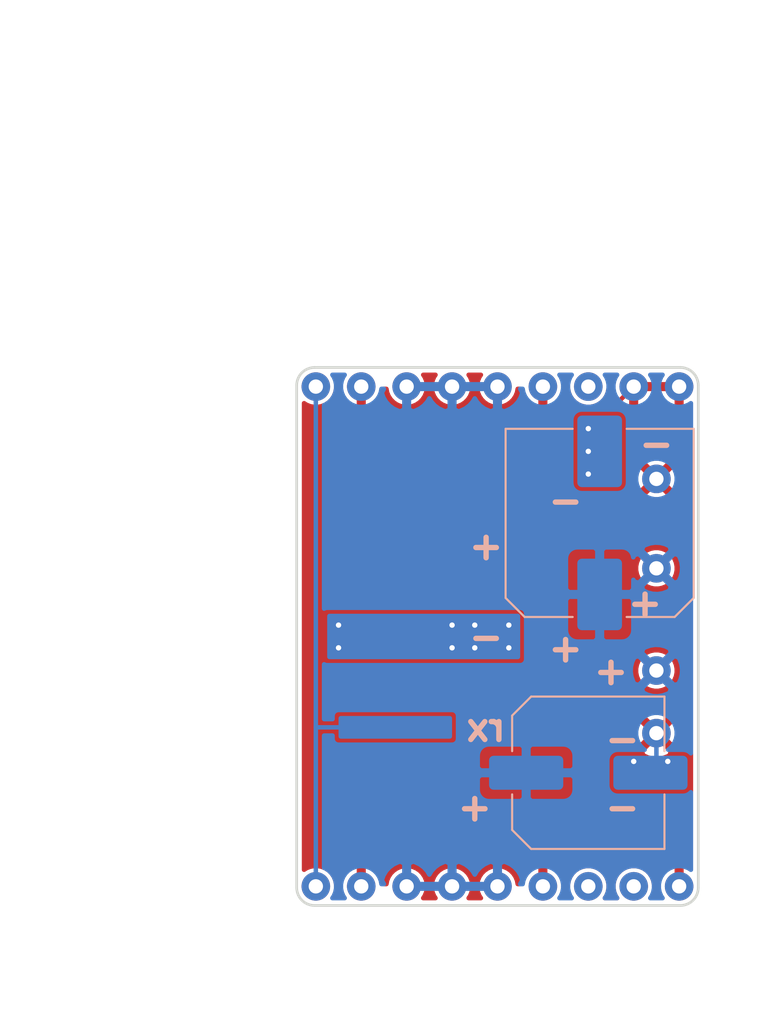
<source format=kicad_pcb>
(kicad_pcb (version 20171130) (host pcbnew 5.1.9+dfsg1-1)

  (general
    (thickness 1.6)
    (drawings 25)
    (tracks 20)
    (zones 0)
    (modules 6)
    (nets 7)
  )

  (page A4)
  (layers
    (0 F.Cu signal)
    (31 B.Cu signal)
    (32 B.Adhes user)
    (33 F.Adhes user)
    (34 B.Paste user)
    (35 F.Paste user)
    (36 B.SilkS user)
    (37 F.SilkS user)
    (38 B.Mask user)
    (39 F.Mask user)
    (40 Dwgs.User user)
    (41 Cmts.User user)
    (42 Eco1.User user)
    (43 Eco2.User user)
    (44 Edge.Cuts user)
    (45 Margin user)
    (46 B.CrtYd user)
    (47 F.CrtYd user)
    (48 B.Fab user)
    (49 F.Fab user)
  )

  (setup
    (last_trace_width 0.25)
    (trace_clearance 0.2)
    (zone_clearance 0.21)
    (zone_45_only no)
    (trace_min 0.2)
    (via_size 0.6)
    (via_drill 0.3)
    (via_min_size 0.4)
    (via_min_drill 0.3)
    (uvia_size 0.3)
    (uvia_drill 0.1)
    (uvias_allowed no)
    (uvia_min_size 0.2)
    (uvia_min_drill 0.1)
    (edge_width 0.15)
    (segment_width 0.2)
    (pcb_text_width 0.3)
    (pcb_text_size 1.5 1.5)
    (mod_edge_width 0.15)
    (mod_text_size 1 1)
    (mod_text_width 0.15)
    (pad_size 1.33 1.33)
    (pad_drill 1)
    (pad_to_mask_clearance 0.051)
    (solder_mask_min_width 0.25)
    (aux_axis_origin 0 0)
    (visible_elements FFFFFFFF)
    (pcbplotparams
      (layerselection 0x010f0_ffffffff)
      (usegerberextensions false)
      (usegerberattributes false)
      (usegerberadvancedattributes false)
      (creategerberjobfile false)
      (excludeedgelayer true)
      (linewidth 0.100000)
      (plotframeref false)
      (viasonmask false)
      (mode 1)
      (useauxorigin false)
      (hpglpennumber 1)
      (hpglpenspeed 20)
      (hpglpendiameter 15.000000)
      (psnegative false)
      (psa4output false)
      (plotreference true)
      (plotvalue true)
      (plotinvisibletext false)
      (padsonsilk false)
      (subtractmaskfromsilk false)
      (outputformat 1)
      (mirror false)
      (drillshape 0)
      (scaleselection 1)
      (outputdirectory "gerb/"))
  )

  (net 0 "")
  (net 1 GND)
  (net 2 VCC)
  (net 3 /uart_rx0)
  (net 4 "Net-(J1-Pad7)")
  (net 5 "Net-(J3-Pad7)")
  (net 6 "Net-(J3-Pad8)")

  (net_class Default "This is the default net class."
    (clearance 0.2)
    (trace_width 0.25)
    (via_dia 0.6)
    (via_drill 0.3)
    (uvia_dia 0.3)
    (uvia_drill 0.1)
    (add_net /uart_rx0)
    (add_net GND)
    (add_net "Net-(J1-Pad7)")
    (add_net "Net-(J3-Pad7)")
    (add_net "Net-(J3-Pad8)")
  )

  (net_class 3V3 ""
    (clearance 0.2)
    (trace_width 0.3)
    (via_dia 0.6)
    (via_drill 0.3)
    (uvia_dia 0.3)
    (uvia_drill 0.1)
  )

  (net_class Power ""
    (clearance 0.2)
    (trace_width 0.8)
    (via_dia 0.6)
    (via_drill 0.3)
    (uvia_dia 0.3)
    (uvia_drill 0.1)
    (add_net VCC)
  )

  (net_class PowerMosfet ""
    (clearance 0.2)
    (trace_width 0.8)
    (via_dia 0.8)
    (via_drill 0.4)
    (uvia_dia 0.3)
    (uvia_drill 0.1)
  )

  (module Capacitor_SMD:CP_Elec_8x6.9 (layer B.Cu) (tedit 6330735E) (tstamp 6330D6F0)
    (at 5.08 -6.35)
    (descr "SMD capacitor, aluminum electrolytic, Panasonic E7, 8.0x6.9mm")
    (tags "capacitor electrolytic")
    (path /6335A946)
    (attr smd)
    (fp_text reference C2 (at 0 5.2) (layer B.SilkS) hide
      (effects (font (size 1 1) (thickness 0.15)) (justify mirror))
    )
    (fp_text value CP (at 0 -5.2) (layer B.Fab)
      (effects (font (size 1 1) (thickness 0.15)) (justify mirror))
    )
    (fp_line (start -5.8 -1.2) (end -4.4 -1.2) (layer B.CrtYd) (width 0.05))
    (fp_line (start -5.8 1.2) (end -5.8 -1.2) (layer B.CrtYd) (width 0.05))
    (fp_line (start -4.4 1.2) (end -5.8 1.2) (layer B.CrtYd) (width 0.05))
    (fp_line (start -4.4 -1.2) (end -4.4 -3.25) (layer B.CrtYd) (width 0.05))
    (fp_line (start -4.4 3.25) (end -4.4 1.2) (layer B.CrtYd) (width 0.05))
    (fp_line (start -4.4 3.25) (end -3.25 4.4) (layer B.CrtYd) (width 0.05))
    (fp_line (start -4.4 -3.25) (end -3.25 -4.4) (layer B.CrtYd) (width 0.05))
    (fp_line (start -3.25 4.4) (end 4.4 4.4) (layer B.CrtYd) (width 0.05))
    (fp_line (start -3.25 -4.4) (end 4.4 -4.4) (layer B.CrtYd) (width 0.05))
    (fp_line (start 4.4 -1.2) (end 4.4 -4.4) (layer B.CrtYd) (width 0.05))
    (fp_line (start 5.8 -1.2) (end 4.4 -1.2) (layer B.CrtYd) (width 0.05))
    (fp_line (start 5.8 1.2) (end 5.8 -1.2) (layer B.CrtYd) (width 0.05))
    (fp_line (start 4.4 1.2) (end 5.8 1.2) (layer B.CrtYd) (width 0.05))
    (fp_line (start 4.4 4.4) (end 4.4 1.2) (layer B.CrtYd) (width 0.05))
    (fp_line (start -4.26 -3.195563) (end -3.195563 -4.26) (layer B.SilkS) (width 0.12))
    (fp_line (start -4.26 3.195563) (end -3.195563 4.26) (layer B.SilkS) (width 0.12))
    (fp_line (start -4.26 3.195563) (end -4.26 1.21) (layer B.SilkS) (width 0.12))
    (fp_line (start -4.26 -3.195563) (end -4.26 -1.21) (layer B.SilkS) (width 0.12))
    (fp_line (start -3.195563 -4.26) (end 4.26 -4.26) (layer B.SilkS) (width 0.12))
    (fp_line (start -3.195563 4.26) (end 4.26 4.26) (layer B.SilkS) (width 0.12))
    (fp_line (start 4.26 4.26) (end 4.26 1.21) (layer B.SilkS) (width 0.12))
    (fp_line (start 4.26 -4.26) (end 4.26 -1.21) (layer B.SilkS) (width 0.12))
    (fp_line (start -3.162278 1.9) (end -3.162278 1.1) (layer B.Fab) (width 0.1))
    (fp_line (start -3.562278 1.5) (end -2.762278 1.5) (layer B.Fab) (width 0.1))
    (fp_line (start -4.15 -3.15) (end -3.15 -4.15) (layer B.Fab) (width 0.1))
    (fp_line (start -4.15 3.15) (end -3.15 4.15) (layer B.Fab) (width 0.1))
    (fp_line (start -4.15 3.15) (end -4.15 -3.15) (layer B.Fab) (width 0.1))
    (fp_line (start -3.15 -4.15) (end 4.15 -4.15) (layer B.Fab) (width 0.1))
    (fp_line (start -3.15 4.15) (end 4.15 4.15) (layer B.Fab) (width 0.1))
    (fp_line (start 4.15 4.15) (end 4.15 -4.15) (layer B.Fab) (width 0.1))
    (fp_text user %R (at 0 0) (layer B.Fab)
      (effects (font (size 1 1) (thickness 0.15)) (justify mirror))
    )
    (pad 1 smd roundrect (at -3.475 0) (size 4.15 1.9) (layers B.Cu B.Paste B.Mask) (roundrect_rratio 0.131578947368421)
      (net 2 VCC))
    (pad 2 smd roundrect (at 3.475 0) (size 4.15 1.9) (layers B.Cu B.Paste B.Mask) (roundrect_rratio 0.131578947368421)
      (net 1 GND))
    (model ${KISYS3DMOD}/Capacitor_SMD.3dshapes/CP_Elec_8x6.9.wrl
      (at (xyz 0 0 0))
      (scale (xyz 1 1 1))
      (rotate (xyz 0 0 0))
    )
  )

  (module Capacitor_SMD:CP_Elec_10x10 (layer B.Cu) (tedit 6330734B) (tstamp 6330D40C)
    (at 5.715 -20.32 90)
    (descr "SMD capacitor, aluminum electrolytic, Nichicon, 10.0x10.0mm")
    (tags "capacitor electrolytic")
    (path /6335A192)
    (attr smd)
    (fp_text reference C1 (at 0 6.2 90) (layer B.SilkS) hide
      (effects (font (size 1 1) (thickness 0.15)) (justify mirror))
    )
    (fp_text value CP (at 0 -6.2 90) (layer B.Fab)
      (effects (font (size 1 1) (thickness 0.15)) (justify mirror))
    )
    (fp_line (start -6.25 -1.5) (end -5.4 -1.5) (layer B.CrtYd) (width 0.05))
    (fp_line (start -6.25 1.5) (end -6.25 -1.5) (layer B.CrtYd) (width 0.05))
    (fp_line (start -5.4 1.5) (end -6.25 1.5) (layer B.CrtYd) (width 0.05))
    (fp_line (start -5.4 -1.5) (end -5.4 -4.25) (layer B.CrtYd) (width 0.05))
    (fp_line (start -5.4 4.25) (end -5.4 1.5) (layer B.CrtYd) (width 0.05))
    (fp_line (start -5.4 4.25) (end -4.25 5.4) (layer B.CrtYd) (width 0.05))
    (fp_line (start -5.4 -4.25) (end -4.25 -5.4) (layer B.CrtYd) (width 0.05))
    (fp_line (start -4.25 5.4) (end 5.4 5.4) (layer B.CrtYd) (width 0.05))
    (fp_line (start -4.25 -5.4) (end 5.4 -5.4) (layer B.CrtYd) (width 0.05))
    (fp_line (start 5.4 -1.5) (end 5.4 -5.4) (layer B.CrtYd) (width 0.05))
    (fp_line (start 6.25 -1.5) (end 5.4 -1.5) (layer B.CrtYd) (width 0.05))
    (fp_line (start 6.25 1.5) (end 6.25 -1.5) (layer B.CrtYd) (width 0.05))
    (fp_line (start 5.4 1.5) (end 6.25 1.5) (layer B.CrtYd) (width 0.05))
    (fp_line (start 5.4 5.4) (end 5.4 1.5) (layer B.CrtYd) (width 0.05))
    (fp_line (start -5.26 -4.195563) (end -4.195563 -5.26) (layer B.SilkS) (width 0.12))
    (fp_line (start -5.26 4.195563) (end -4.195563 5.26) (layer B.SilkS) (width 0.12))
    (fp_line (start -5.26 4.195563) (end -5.26 1.51) (layer B.SilkS) (width 0.12))
    (fp_line (start -5.26 -4.195563) (end -5.26 -1.51) (layer B.SilkS) (width 0.12))
    (fp_line (start -4.195563 -5.26) (end 5.26 -5.26) (layer B.SilkS) (width 0.12))
    (fp_line (start -4.195563 5.26) (end 5.26 5.26) (layer B.SilkS) (width 0.12))
    (fp_line (start 5.26 5.26) (end 5.26 1.51) (layer B.SilkS) (width 0.12))
    (fp_line (start 5.26 -5.26) (end 5.26 -1.51) (layer B.SilkS) (width 0.12))
    (fp_line (start -4.058325 2.2) (end -4.058325 1.2) (layer B.Fab) (width 0.1))
    (fp_line (start -4.558325 1.7) (end -3.558325 1.7) (layer B.Fab) (width 0.1))
    (fp_line (start -5.15 -4.15) (end -4.15 -5.15) (layer B.Fab) (width 0.1))
    (fp_line (start -5.15 4.15) (end -4.15 5.15) (layer B.Fab) (width 0.1))
    (fp_line (start -5.15 4.15) (end -5.15 -4.15) (layer B.Fab) (width 0.1))
    (fp_line (start -4.15 -5.15) (end 5.15 -5.15) (layer B.Fab) (width 0.1))
    (fp_line (start -4.15 5.15) (end 5.15 5.15) (layer B.Fab) (width 0.1))
    (fp_line (start 5.15 5.15) (end 5.15 -5.15) (layer B.Fab) (width 0.1))
    (fp_circle (center 0 0) (end 5 0) (layer B.Fab) (width 0.1))
    (fp_text user %R (at 0 0 90) (layer B.Fab)
      (effects (font (size 1 1) (thickness 0.15)) (justify mirror))
    )
    (pad 1 smd roundrect (at -4 0 90) (size 4 2.5) (layers B.Cu B.Paste B.Mask) (roundrect_rratio 0.1)
      (net 2 VCC))
    (pad 2 smd roundrect (at 4 0 90) (size 4 2.5) (layers B.Cu B.Paste B.Mask) (roundrect_rratio 0.1)
      (net 1 GND))
    (model ${KISYS3DMOD}/Capacitor_SMD.3dshapes/CP_Elec_10x10.wrl
      (at (xyz 0 0 0))
      (scale (xyz 1 1 1))
      (rotate (xyz 0 0 0))
    )
  )

  (module Capacitor_THT:C_Radial_D8.0mm_H11.5mm_P3.50mm (layer F.Cu) (tedit 63307279) (tstamp 6330E2FF)
    (at 8.89 -12.065 270)
    (descr "C, Radial series, Radial, pin pitch=3.50mm, diameter=8mm, height=11.5mm, Non-Polar Electrolytic Capacitor")
    (tags "C Radial series Radial pin pitch 3.50mm diameter 8mm height 11.5mm Non-Polar Electrolytic Capacitor")
    (path /6335B1F7)
    (fp_text reference C4 (at 1.75 -5.25 90) (layer F.SilkS) hide
      (effects (font (size 1 1) (thickness 0.15)))
    )
    (fp_text value CP (at 1.75 5.25 90) (layer F.Fab)
      (effects (font (size 1 1) (thickness 0.15)))
    )
    (fp_text user %R (at 1.75 0 90) (layer F.Fab)
      (effects (font (size 1 1) (thickness 0.15)))
    )
    (pad 1 thru_hole circle (at 0 0 270) (size 1.6 1.6) (drill 0.8) (layers *.Cu *.Mask)
      (net 2 VCC))
    (pad 2 thru_hole circle (at 3.5 0 270) (size 1.6 1.6) (drill 0.8) (layers *.Cu *.Mask)
      (net 1 GND))
    (model ${KISYS3DMOD}/Capacitor_THT.3dshapes/C_Radial_D8.0mm_H11.5mm_P3.50mm.wrl
      (at (xyz 0 0 0))
      (scale (xyz 1 1 1))
      (rotate (xyz 0 0 0))
    )
  )

  (module Capacitor_THT:C_Radial_D10.0mm_H16.0mm_P5.00mm (layer B.Cu) (tedit 6330716A) (tstamp 6330D6FA)
    (at 8.89 -17.78 90)
    (descr "C, Radial series, Radial, pin pitch=5.00mm, diameter=10mm, height=16mm, Non-Polar Electrolytic Capacitor")
    (tags "C Radial series Radial pin pitch 5.00mm diameter 10mm height 16mm Non-Polar Electrolytic Capacitor")
    (path /6335ACC5)
    (fp_text reference C3 (at 2.5 6.25 90) (layer B.SilkS) hide
      (effects (font (size 1 1) (thickness 0.15)) (justify mirror))
    )
    (fp_text value CP (at 2.5 -6.25 90) (layer B.Fab)
      (effects (font (size 1 1) (thickness 0.15)) (justify mirror))
    )
    (fp_text user %R (at 2.5 0 90) (layer B.Fab)
      (effects (font (size 1 1) (thickness 0.15)) (justify mirror))
    )
    (pad 1 thru_hole circle (at 0 0 90) (size 1.6 1.6) (drill 0.8) (layers *.Cu *.Mask)
      (net 2 VCC))
    (pad 2 thru_hole circle (at 5 0 90) (size 1.6 1.6) (drill 0.8) (layers *.Cu *.Mask)
      (net 1 GND))
    (model ${KISYS3DMOD}/Capacitor_THT.3dshapes/C_Radial_D10.0mm_H16.0mm_P5.00mm.wrl
      (at (xyz 0 0 0))
      (scale (xyz 1 1 1))
      (rotate (xyz 0 0 0))
    )
  )

  (module footprints:header-1x9 (layer F.Cu) (tedit 63306AFD) (tstamp 6330C225)
    (at 0 -27.94 90)
    (descr "Through hole straight socket strip, 1x09, 2.54mm pitch, single row (from Kicad 4.0.7), script generated")
    (tags "Through hole socket strip THT 1x09 2.54mm single row")
    (path /5D40479F)
    (fp_text reference J1 (at 0 0 90) (layer F.SilkS) hide
      (effects (font (size 1.27 1.27) (thickness 0.15)))
    )
    (fp_text value Conn_01x07_Female (at 0 13.97 90) (layer F.Fab)
      (effects (font (size 1 1) (thickness 0.15)))
    )
    (fp_text user %R (at 0 0) (layer F.Fab)
      (effects (font (size 1 1) (thickness 0.15)))
    )
    (pad 1 thru_hole oval (at 0 -10.16 90) (size 1.6 1.6) (drill 0.8) (layers *.Cu *.Mask)
      (net 3 /uart_rx0))
    (pad 2 thru_hole oval (at 0 -7.62 90) (size 1.6 1.6) (drill 0.8) (layers *.Cu *.Mask)
      (net 1 GND))
    (pad 3 thru_hole oval (at 0 -5.08 90) (size 1.6 1.6) (drill 0.8) (layers *.Cu *.Mask)
      (net 2 VCC))
    (pad 4 thru_hole oval (at 0 -2.54 90) (size 1.6 1.6) (drill 0.8) (layers *.Cu *.Mask)
      (net 2 VCC))
    (pad 5 thru_hole oval (at 0 0 90) (size 1.6 1.6) (drill 0.8) (layers *.Cu *.Mask)
      (net 2 VCC))
    (pad 6 thru_hole oval (at 0 2.54 90) (size 1.6 1.6) (drill 0.8) (layers *.Cu *.Mask)
      (net 1 GND))
    (pad 7 thru_hole oval (at 0 5.08 90) (size 1.6 1.6) (drill 0.8) (layers *.Cu *.Mask)
      (net 4 "Net-(J1-Pad7)"))
    (pad 8 thru_hole oval (at 0 7.62 90) (size 1.6 1.6) (drill 0.8) (layers *.Cu *.Mask)
      (net 1 GND))
    (pad 9 thru_hole oval (at 0 10.16 90) (size 1.6 1.6) (drill 0.8) (layers *.Cu *.Mask)
      (net 1 GND))
    (model ${KISYS3DMOD}/Connector_PinSocket_2.54mm.3dshapes/PinSocket_1x09_P2.54mm_Vertical.wrl
      (at (xyz 0 0 0))
      (scale (xyz 1 1 1))
      (rotate (xyz 0 0 0))
    )
  )

  (module footprints:header-1x9 (layer F.Cu) (tedit 63306A96) (tstamp 5D9543F6)
    (at 0 0 90)
    (descr "Through hole straight socket strip, 1x09, 2.54mm pitch, single row (from Kicad 4.0.7), script generated")
    (tags "Through hole socket strip THT 1x09 2.54mm single row")
    (path /5D680335)
    (fp_text reference J3 (at 0 0 90) (layer F.SilkS) hide
      (effects (font (size 1.27 1.27) (thickness 0.15)))
    )
    (fp_text value Conn_01x07_Female (at 0 13.97 90) (layer F.Fab)
      (effects (font (size 1 1) (thickness 0.15)))
    )
    (fp_text user %R (at 0 0) (layer F.Fab)
      (effects (font (size 1 1) (thickness 0.15)))
    )
    (pad 9 thru_hole oval (at 0 10.16 90) (size 1.6 1.6) (drill 0.8) (layers *.Cu *.Mask)
      (net 1 GND))
    (pad 8 thru_hole oval (at 0 7.62 90) (size 1.6 1.6) (drill 0.8) (layers *.Cu *.Mask)
      (net 6 "Net-(J3-Pad8)"))
    (pad 7 thru_hole oval (at 0 5.08 90) (size 1.6 1.6) (drill 0.8) (layers *.Cu *.Mask)
      (net 5 "Net-(J3-Pad7)"))
    (pad 6 thru_hole oval (at 0 2.54 90) (size 1.6 1.6) (drill 0.8) (layers *.Cu *.Mask)
      (net 1 GND))
    (pad 5 thru_hole oval (at 0 0 90) (size 1.6 1.6) (drill 0.8) (layers *.Cu *.Mask)
      (net 2 VCC))
    (pad 4 thru_hole oval (at 0 -2.54 90) (size 1.6 1.6) (drill 0.8) (layers *.Cu *.Mask)
      (net 2 VCC))
    (pad 3 thru_hole oval (at 0 -5.08 90) (size 1.6 1.6) (drill 0.8) (layers *.Cu *.Mask)
      (net 2 VCC))
    (pad 2 thru_hole oval (at 0 -7.62 90) (size 1.6 1.6) (drill 0.8) (layers *.Cu *.Mask)
      (net 1 GND))
    (pad 1 thru_hole oval (at 0 -10.16 90) (size 1.6 1.6) (drill 0.8) (layers *.Cu *.Mask)
      (net 3 /uart_rx0))
    (model ${KISYS3DMOD}/Connector_PinSocket_2.54mm.3dshapes/PinSocket_1x09_P2.54mm_Vertical.wrl
      (at (xyz 0 0 0))
      (scale (xyz 1 1 1))
      (rotate (xyz 0 0 0))
    )
  )

  (gr_text + (at 8.255 -15.875) (layer B.SilkS) (tstamp 6330E7F7)
    (effects (font (size 1.5 1.5) (thickness 0.3)) (justify mirror))
  )
  (gr_text - (at 3.81 -21.59) (layer B.SilkS) (tstamp 6330E7F3)
    (effects (font (size 1.5 1.5) (thickness 0.3)) (justify mirror))
  )
  (gr_text - (at 8.89 -24.765) (layer B.SilkS) (tstamp 6330E7F1)
    (effects (font (size 1.5 1.5) (thickness 0.3)) (justify mirror))
  )
  (gr_text - (at 6.985 -8.255) (layer B.SilkS) (tstamp 6330E7EF)
    (effects (font (size 1.5 1.5) (thickness 0.3)) (justify mirror))
  )
  (gr_text - (at 6.985 -4.445) (layer B.SilkS) (tstamp 6330E7EB)
    (effects (font (size 1.5 1.5) (thickness 0.3)) (justify mirror))
  )
  (gr_text + (at 3.81 -13.335) (layer B.SilkS) (tstamp 6330E4EB)
    (effects (font (size 1.5 1.5) (thickness 0.3)) (justify mirror))
  )
  (gr_text + (at -1.27 -4.445) (layer B.SilkS) (tstamp 6330E4E9)
    (effects (font (size 1.5 1.5) (thickness 0.3)) (justify mirror))
  )
  (gr_text + (at 6.35 -12.065) (layer B.SilkS) (tstamp 6330E4E7)
    (effects (font (size 1.5 1.5) (thickness 0.3)) (justify mirror))
  )
  (gr_text rx (at -0.635 -8.89) (layer B.SilkS) (tstamp 6330D1FA)
    (effects (font (size 1.5 1.5) (thickness 0.3)) (justify mirror))
  )
  (gr_text + (at -0.635 -19.05) (layer B.SilkS) (tstamp 6330D1FA)
    (effects (font (size 1.5 1.5) (thickness 0.3)) (justify mirror))
  )
  (gr_text - (at -0.635 -13.97) (layer B.SilkS)
    (effects (font (size 1.5 1.5) (thickness 0.3)) (justify mirror))
  )
  (dimension 13.97 (width 0.15) (layer Cmts.User)
    (gr_text "13.970 mm" (at -19.08 -20.955 270) (layer Cmts.User)
      (effects (font (size 1 1) (thickness 0.15)))
    )
    (feature1 (pts (xy -10.16 -13.97) (xy -18.366421 -13.97)))
    (feature2 (pts (xy -10.16 -27.94) (xy -18.366421 -27.94)))
    (crossbar (pts (xy -17.78 -27.94) (xy -17.78 -13.97)))
    (arrow1a (pts (xy -17.78 -13.97) (xy -18.366421 -15.096504)))
    (arrow1b (pts (xy -17.78 -13.97) (xy -17.193579 -15.096504)))
    (arrow2a (pts (xy -17.78 -27.94) (xy -18.366421 -26.813496)))
    (arrow2b (pts (xy -17.78 -27.94) (xy -17.193579 -26.813496)))
  )
  (dimension 27.94 (width 0.15) (layer Cmts.User)
    (gr_text "27.940 mm" (at -24.16 -13.97 270) (layer Cmts.User)
      (effects (font (size 1 1) (thickness 0.15)))
    )
    (feature1 (pts (xy -10.16 0) (xy -23.446421 0)))
    (feature2 (pts (xy -10.16 -27.94) (xy -23.446421 -27.94)))
    (crossbar (pts (xy -22.86 -27.94) (xy -22.86 0)))
    (arrow1a (pts (xy -22.86 0) (xy -23.446421 -1.126504)))
    (arrow1b (pts (xy -22.86 0) (xy -22.273579 -1.126504)))
    (arrow2a (pts (xy -22.86 -27.94) (xy -23.446421 -26.813496)))
    (arrow2b (pts (xy -22.86 -27.94) (xy -22.273579 -26.813496)))
  )
  (gr_line (start -11.23 -28.01) (end -11.23 0.07) (layer Edge.Cuts) (width 0.15) (tstamp 6330CD58))
  (gr_line (start 11.23 0.07) (end 11.23 -28.01) (layer Edge.Cuts) (width 0.15) (tstamp 6330CD57))
  (gr_arc (start 10.23 0.07) (end 10.23 1.07) (angle -90) (layer Edge.Cuts) (width 0.15) (tstamp 6330CD53))
  (gr_arc (start -10.23 0.07) (end -11.23 0.07) (angle -90) (layer Edge.Cuts) (width 0.15) (tstamp 6330CD50))
  (gr_arc (start -10.23 -28.01) (end -10.23 -29.01) (angle -90) (layer Edge.Cuts) (width 0.15) (tstamp 6330CD44))
  (gr_arc (start 10.23 -28.01) (end 11.23 -28.01) (angle -90) (layer Edge.Cuts) (width 0.15))
  (gr_line (start -10.23 -29.01) (end 10.23 -29.01) (layer Edge.Cuts) (width 0.15))
  (gr_line (start -10.23 1.07) (end 10.23 1.07) (layer Edge.Cuts) (width 0.15))
  (gr_line (start -11.43 -49.53) (end -11.43 6.35) (layer F.CrtYd) (width 0.05) (tstamp 6330CD20))
  (gr_line (start 11.43 -49.53) (end -11.43 -49.53) (layer F.CrtYd) (width 0.05))
  (gr_line (start 11.43 6.35) (end 11.43 -49.53) (layer F.CrtYd) (width 0.05))
  (gr_line (start -11.43 6.35) (end 11.43 6.35) (layer F.CrtYd) (width 0.05))

  (via (at 5.08 -25.59) (size 0.6) (drill 0.3) (layers F.Cu B.Cu) (net 1) (tstamp 6330D5F6))
  (via (at 5.08 -23.05) (size 0.6) (drill 0.3) (layers F.Cu B.Cu) (net 1) (tstamp 6330D5F6))
  (via (at -1.27 -14.605) (size 0.6) (drill 0.3) (layers F.Cu B.Cu) (net 1))
  (via (at 0.635 -14.605) (size 0.6) (drill 0.3) (layers F.Cu B.Cu) (net 1) (tstamp 6330D229))
  (via (at -1.27 -13.335) (size 0.6) (drill 0.3) (layers F.Cu B.Cu) (net 1) (tstamp 6330D22D))
  (via (at 0.635 -13.335) (size 0.6) (drill 0.3) (layers F.Cu B.Cu) (net 1) (tstamp 6330D22F))
  (via (at -2.54 -13.335) (size 0.6) (drill 0.3) (layers F.Cu B.Cu) (net 1) (tstamp 6330D231))
  (via (at -8.89 -13.335) (size 0.6) (drill 0.3) (layers F.Cu B.Cu) (net 1) (tstamp 6330D233))
  (via (at -8.89 -14.605) (size 0.6) (drill 0.3) (layers F.Cu B.Cu) (net 1) (tstamp 6330D235))
  (via (at -2.54 -14.605) (size 0.6) (drill 0.3) (layers F.Cu B.Cu) (net 1) (tstamp 6330D237))
  (via (at 5.08 -24.32) (size 0.6) (drill 0.3) (layers F.Cu B.Cu) (net 1))
  (segment (start 5.08 -25.4) (end 5.08 -24.32) (width 0.25) (layer F.Cu) (net 1))
  (segment (start 7.62 -27.94) (end 5.08 -25.4) (width 0.25) (layer F.Cu) (net 1))
  (via (at 9.525 -6.985) (size 0.6) (drill 0.3) (layers F.Cu B.Cu) (net 1) (tstamp 6330D992))
  (via (at 7.62 -6.985) (size 0.6) (drill 0.3) (layers F.Cu B.Cu) (net 1) (tstamp 6330D996))
  (segment (start 8.89 -6.685) (end 8.555 -6.35) (width 0.25) (layer B.Cu) (net 1))
  (segment (start 8.89 -8.565) (end 8.89 -6.685) (width 0.25) (layer B.Cu) (net 1))
  (segment (start -10.16 0) (end -10.16 -8.89) (width 0.25) (layer B.Cu) (net 3))
  (segment (start -10.16 -8.89) (end -10.16 -27.94) (width 0.25) (layer B.Cu) (net 3))
  (segment (start -10.16 -8.89) (end -8.255 -8.89) (width 0.25) (layer B.Cu) (net 3))

  (zone (net 1) (net_name GND) (layer F.Cu) (tstamp 6330E878) (hatch edge 0.508)
    (connect_pads (clearance 0.21))
    (min_thickness 0.254)
    (fill yes (arc_segments 32) (thermal_gap 0.508) (thermal_bridge_width 0.508))
    (polygon
      (pts
        (xy 13.97 3.81) (xy -13.97 3.81) (xy -13.97 -30.48) (xy 13.97 -30.48)
      )
    )
    (filled_polygon
      (pts
        (xy -3.547596 -28.478571) (xy -3.633305 -28.271651) (xy -3.677 -28.051985) (xy -3.677 -27.828015) (xy -3.633305 -27.608349)
        (xy -3.547596 -27.401429) (xy -3.423165 -27.215205) (xy -3.264795 -27.056835) (xy -3.078571 -26.932404) (xy -2.871651 -26.846695)
        (xy -2.651985 -26.803) (xy -2.428015 -26.803) (xy -2.208349 -26.846695) (xy -2.001429 -26.932404) (xy -1.815205 -27.056835)
        (xy -1.656835 -27.215205) (xy -1.532404 -27.401429) (xy -1.446695 -27.608349) (xy -1.403 -27.828015) (xy -1.403 -28.051985)
        (xy -1.446695 -28.271651) (xy -1.532404 -28.478571) (xy -1.612204 -28.598) (xy -0.927796 -28.598) (xy -1.007596 -28.478571)
        (xy -1.093305 -28.271651) (xy -1.137 -28.051985) (xy -1.137 -27.828015) (xy -1.093305 -27.608349) (xy -1.007596 -27.401429)
        (xy -0.883165 -27.215205) (xy -0.724795 -27.056835) (xy -0.538571 -26.932404) (xy -0.331651 -26.846695) (xy -0.111985 -26.803)
        (xy 0.111985 -26.803) (xy 0.331651 -26.846695) (xy 0.538571 -26.932404) (xy 0.724795 -27.056835) (xy 0.883165 -27.215205)
        (xy 1.007596 -27.401429) (xy 1.093305 -27.608349) (xy 1.134013 -27.812998) (xy 1.269375 -27.812998) (xy 1.148091 -27.59096)
        (xy 1.24293 -27.326119) (xy 1.387615 -27.084869) (xy 1.576586 -26.876481) (xy 1.80258 -26.708963) (xy 2.056913 -26.588754)
        (xy 2.190961 -26.548096) (xy 2.413 -26.670085) (xy 2.413 -27.813) (xy 2.393 -27.813) (xy 2.393 -28.067)
        (xy 2.413 -28.067) (xy 2.413 -28.087) (xy 2.667 -28.087) (xy 2.667 -28.067) (xy 2.687 -28.067)
        (xy 2.687 -27.813) (xy 2.667 -27.813) (xy 2.667 -26.670085) (xy 2.889039 -26.548096) (xy 3.023087 -26.588754)
        (xy 3.27742 -26.708963) (xy 3.503414 -26.876481) (xy 3.692385 -27.084869) (xy 3.83707 -27.326119) (xy 3.931909 -27.59096)
        (xy 3.810625 -27.812998) (xy 3.945987 -27.812998) (xy 3.986695 -27.608349) (xy 4.072404 -27.401429) (xy 4.196835 -27.215205)
        (xy 4.355205 -27.056835) (xy 4.541429 -26.932404) (xy 4.748349 -26.846695) (xy 4.968015 -26.803) (xy 5.191985 -26.803)
        (xy 5.411651 -26.846695) (xy 5.618571 -26.932404) (xy 5.804795 -27.056835) (xy 5.963165 -27.215205) (xy 6.087596 -27.401429)
        (xy 6.173305 -27.608349) (xy 6.214013 -27.812998) (xy 6.349375 -27.812998) (xy 6.228091 -27.59096) (xy 6.32293 -27.326119)
        (xy 6.467615 -27.084869) (xy 6.656586 -26.876481) (xy 6.88258 -26.708963) (xy 7.136913 -26.588754) (xy 7.270961 -26.548096)
        (xy 7.493 -26.670085) (xy 7.493 -27.813) (xy 7.747 -27.813) (xy 7.747 -26.670085) (xy 7.969039 -26.548096)
        (xy 8.103087 -26.588754) (xy 8.35742 -26.708963) (xy 8.583414 -26.876481) (xy 8.772385 -27.084869) (xy 8.89 -27.280982)
        (xy 9.007615 -27.084869) (xy 9.196586 -26.876481) (xy 9.42258 -26.708963) (xy 9.676913 -26.588754) (xy 9.810961 -26.548096)
        (xy 10.033 -26.670085) (xy 10.033 -27.813) (xy 7.747 -27.813) (xy 7.493 -27.813) (xy 7.473 -27.813)
        (xy 7.473 -28.067) (xy 7.493 -28.067) (xy 7.493 -28.087) (xy 7.747 -28.087) (xy 7.747 -28.067)
        (xy 10.033 -28.067) (xy 10.033 -28.087) (xy 10.287 -28.087) (xy 10.287 -28.067) (xy 10.307 -28.067)
        (xy 10.307 -27.813) (xy 10.287 -27.813) (xy 10.287 -26.670085) (xy 10.509039 -26.548096) (xy 10.643087 -26.588754)
        (xy 10.818001 -26.671426) (xy 10.818 -1.268574) (xy 10.643087 -1.351246) (xy 10.509039 -1.391904) (xy 10.287 -1.269915)
        (xy 10.287 -0.127) (xy 10.307 -0.127) (xy 10.307 0.127) (xy 10.287 0.127) (xy 10.287 0.147)
        (xy 10.033 0.147) (xy 10.033 0.127) (xy 10.013 0.127) (xy 10.013 -0.127) (xy 10.033 -0.127)
        (xy 10.033 -1.269915) (xy 9.810961 -1.391904) (xy 9.676913 -1.351246) (xy 9.42258 -1.231037) (xy 9.196586 -1.063519)
        (xy 9.007615 -0.855131) (xy 8.86293 -0.613881) (xy 8.768091 -0.34904) (xy 8.889375 -0.127002) (xy 8.754013 -0.127002)
        (xy 8.713305 -0.331651) (xy 8.627596 -0.538571) (xy 8.503165 -0.724795) (xy 8.344795 -0.883165) (xy 8.158571 -1.007596)
        (xy 7.951651 -1.093305) (xy 7.731985 -1.137) (xy 7.508015 -1.137) (xy 7.288349 -1.093305) (xy 7.081429 -1.007596)
        (xy 6.895205 -0.883165) (xy 6.736835 -0.724795) (xy 6.612404 -0.538571) (xy 6.526695 -0.331651) (xy 6.483 -0.111985)
        (xy 6.483 0.111985) (xy 6.526695 0.331651) (xy 6.612404 0.538571) (xy 6.692204 0.658) (xy 6.007796 0.658)
        (xy 6.087596 0.538571) (xy 6.173305 0.331651) (xy 6.217 0.111985) (xy 6.217 -0.111985) (xy 6.173305 -0.331651)
        (xy 6.087596 -0.538571) (xy 5.963165 -0.724795) (xy 5.804795 -0.883165) (xy 5.618571 -1.007596) (xy 5.411651 -1.093305)
        (xy 5.191985 -1.137) (xy 4.968015 -1.137) (xy 4.748349 -1.093305) (xy 4.541429 -1.007596) (xy 4.355205 -0.883165)
        (xy 4.196835 -0.724795) (xy 4.072404 -0.538571) (xy 3.986695 -0.331651) (xy 3.945987 -0.127002) (xy 3.810625 -0.127002)
        (xy 3.931909 -0.34904) (xy 3.83707 -0.613881) (xy 3.692385 -0.855131) (xy 3.503414 -1.063519) (xy 3.27742 -1.231037)
        (xy 3.023087 -1.351246) (xy 2.889039 -1.391904) (xy 2.667 -1.269915) (xy 2.667 -0.127) (xy 2.687 -0.127)
        (xy 2.687 0.127) (xy 2.667 0.127) (xy 2.667 0.147) (xy 2.413 0.147) (xy 2.413 0.127)
        (xy 2.393 0.127) (xy 2.393 -0.127) (xy 2.413 -0.127) (xy 2.413 -1.269915) (xy 2.190961 -1.391904)
        (xy 2.056913 -1.351246) (xy 1.80258 -1.231037) (xy 1.576586 -1.063519) (xy 1.387615 -0.855131) (xy 1.24293 -0.613881)
        (xy 1.148091 -0.34904) (xy 1.269375 -0.127002) (xy 1.134013 -0.127002) (xy 1.093305 -0.331651) (xy 1.007596 -0.538571)
        (xy 0.883165 -0.724795) (xy 0.724795 -0.883165) (xy 0.538571 -1.007596) (xy 0.331651 -1.093305) (xy 0.111985 -1.137)
        (xy -0.111985 -1.137) (xy -0.331651 -1.093305) (xy -0.538571 -1.007596) (xy -0.724795 -0.883165) (xy -0.883165 -0.724795)
        (xy -1.007596 -0.538571) (xy -1.093305 -0.331651) (xy -1.137 -0.111985) (xy -1.137 0.111985) (xy -1.093305 0.331651)
        (xy -1.007596 0.538571) (xy -0.927796 0.658) (xy -1.612204 0.658) (xy -1.532404 0.538571) (xy -1.446695 0.331651)
        (xy -1.403 0.111985) (xy -1.403 -0.111985) (xy -1.446695 -0.331651) (xy -1.532404 -0.538571) (xy -1.656835 -0.724795)
        (xy -1.815205 -0.883165) (xy -2.001429 -1.007596) (xy -2.208349 -1.093305) (xy -2.428015 -1.137) (xy -2.651985 -1.137)
        (xy -2.871651 -1.093305) (xy -3.078571 -1.007596) (xy -3.264795 -0.883165) (xy -3.423165 -0.724795) (xy -3.547596 -0.538571)
        (xy -3.633305 -0.331651) (xy -3.677 -0.111985) (xy -3.677 0.111985) (xy -3.633305 0.331651) (xy -3.547596 0.538571)
        (xy -3.467796 0.658) (xy -4.152204 0.658) (xy -4.072404 0.538571) (xy -3.986695 0.331651) (xy -3.943 0.111985)
        (xy -3.943 -0.111985) (xy -3.986695 -0.331651) (xy -4.072404 -0.538571) (xy -4.196835 -0.724795) (xy -4.355205 -0.883165)
        (xy -4.541429 -1.007596) (xy -4.748349 -1.093305) (xy -4.968015 -1.137) (xy -5.191985 -1.137) (xy -5.411651 -1.093305)
        (xy -5.618571 -1.007596) (xy -5.804795 -0.883165) (xy -5.963165 -0.724795) (xy -6.087596 -0.538571) (xy -6.173305 -0.331651)
        (xy -6.214013 -0.127002) (xy -6.349375 -0.127002) (xy -6.228091 -0.34904) (xy -6.32293 -0.613881) (xy -6.467615 -0.855131)
        (xy -6.656586 -1.063519) (xy -6.88258 -1.231037) (xy -7.136913 -1.351246) (xy -7.270961 -1.391904) (xy -7.493 -1.269915)
        (xy -7.493 -0.127) (xy -7.473 -0.127) (xy -7.473 0.127) (xy -7.493 0.127) (xy -7.493 0.147)
        (xy -7.747 0.147) (xy -7.747 0.127) (xy -7.767 0.127) (xy -7.767 -0.127) (xy -7.747 -0.127)
        (xy -7.747 -1.269915) (xy -7.969039 -1.391904) (xy -8.103087 -1.351246) (xy -8.35742 -1.231037) (xy -8.583414 -1.063519)
        (xy -8.772385 -0.855131) (xy -8.91707 -0.613881) (xy -9.011909 -0.34904) (xy -8.890625 -0.127002) (xy -9.025987 -0.127002)
        (xy -9.066695 -0.331651) (xy -9.152404 -0.538571) (xy -9.276835 -0.724795) (xy -9.435205 -0.883165) (xy -9.621429 -1.007596)
        (xy -9.828349 -1.093305) (xy -10.048015 -1.137) (xy -10.271985 -1.137) (xy -10.491651 -1.093305) (xy -10.698571 -1.007596)
        (xy -10.818 -0.927796) (xy -10.818 -7.572298) (xy 8.076903 -7.572298) (xy 8.148486 -7.328329) (xy 8.403996 -7.207429)
        (xy 8.678184 -7.1387) (xy 8.960512 -7.124783) (xy 9.24013 -7.166213) (xy 9.506292 -7.261397) (xy 9.631514 -7.328329)
        (xy 9.703097 -7.572298) (xy 8.89 -8.385395) (xy 8.076903 -7.572298) (xy -10.818 -7.572298) (xy -10.818 -8.494488)
        (xy 7.449783 -8.494488) (xy 7.491213 -8.21487) (xy 7.586397 -7.948708) (xy 7.653329 -7.823486) (xy 7.897298 -7.751903)
        (xy 8.710395 -8.565) (xy 9.069605 -8.565) (xy 9.882702 -7.751903) (xy 10.126671 -7.823486) (xy 10.247571 -8.078996)
        (xy 10.3163 -8.353184) (xy 10.330217 -8.635512) (xy 10.288787 -8.91513) (xy 10.193603 -9.181292) (xy 10.126671 -9.306514)
        (xy 9.882702 -9.378097) (xy 9.069605 -8.565) (xy 8.710395 -8.565) (xy 7.897298 -9.378097) (xy 7.653329 -9.306514)
        (xy 7.532429 -9.051004) (xy 7.4637 -8.776816) (xy 7.449783 -8.494488) (xy -10.818 -8.494488) (xy -10.818 -9.557702)
        (xy 8.076903 -9.557702) (xy 8.89 -8.744605) (xy 9.703097 -9.557702) (xy 9.631514 -9.801671) (xy 9.376004 -9.922571)
        (xy 9.101816 -9.9913) (xy 8.819488 -10.005217) (xy 8.53987 -9.963787) (xy 8.273708 -9.868603) (xy 8.148486 -9.801671)
        (xy 8.076903 -9.557702) (xy -10.818 -9.557702) (xy -10.818 -12.176985) (xy 7.753 -12.176985) (xy 7.753 -11.953015)
        (xy 7.796695 -11.733349) (xy 7.882404 -11.526429) (xy 8.006835 -11.340205) (xy 8.165205 -11.181835) (xy 8.351429 -11.057404)
        (xy 8.558349 -10.971695) (xy 8.778015 -10.928) (xy 9.001985 -10.928) (xy 9.221651 -10.971695) (xy 9.428571 -11.057404)
        (xy 9.614795 -11.181835) (xy 9.773165 -11.340205) (xy 9.897596 -11.526429) (xy 9.983305 -11.733349) (xy 10.027 -11.953015)
        (xy 10.027 -12.176985) (xy 9.983305 -12.396651) (xy 9.897596 -12.603571) (xy 9.773165 -12.789795) (xy 9.614795 -12.948165)
        (xy 9.428571 -13.072596) (xy 9.221651 -13.158305) (xy 9.001985 -13.202) (xy 8.778015 -13.202) (xy 8.558349 -13.158305)
        (xy 8.351429 -13.072596) (xy 8.165205 -12.948165) (xy 8.006835 -12.789795) (xy 7.882404 -12.603571) (xy 7.796695 -12.396651)
        (xy 7.753 -12.176985) (xy -10.818 -12.176985) (xy -10.818 -17.891985) (xy 7.753 -17.891985) (xy 7.753 -17.668015)
        (xy 7.796695 -17.448349) (xy 7.882404 -17.241429) (xy 8.006835 -17.055205) (xy 8.165205 -16.896835) (xy 8.351429 -16.772404)
        (xy 8.558349 -16.686695) (xy 8.778015 -16.643) (xy 9.001985 -16.643) (xy 9.221651 -16.686695) (xy 9.428571 -16.772404)
        (xy 9.614795 -16.896835) (xy 9.773165 -17.055205) (xy 9.897596 -17.241429) (xy 9.983305 -17.448349) (xy 10.027 -17.668015)
        (xy 10.027 -17.891985) (xy 9.983305 -18.111651) (xy 9.897596 -18.318571) (xy 9.773165 -18.504795) (xy 9.614795 -18.663165)
        (xy 9.428571 -18.787596) (xy 9.221651 -18.873305) (xy 9.001985 -18.917) (xy 8.778015 -18.917) (xy 8.558349 -18.873305)
        (xy 8.351429 -18.787596) (xy 8.165205 -18.663165) (xy 8.006835 -18.504795) (xy 7.882404 -18.318571) (xy 7.796695 -18.111651)
        (xy 7.753 -17.891985) (xy -10.818 -17.891985) (xy -10.818 -21.787298) (xy 8.076903 -21.787298) (xy 8.148486 -21.543329)
        (xy 8.403996 -21.422429) (xy 8.678184 -21.3537) (xy 8.960512 -21.339783) (xy 9.24013 -21.381213) (xy 9.506292 -21.476397)
        (xy 9.631514 -21.543329) (xy 9.703097 -21.787298) (xy 8.89 -22.600395) (xy 8.076903 -21.787298) (xy -10.818 -21.787298)
        (xy -10.818 -22.709488) (xy 7.449783 -22.709488) (xy 7.491213 -22.42987) (xy 7.586397 -22.163708) (xy 7.653329 -22.038486)
        (xy 7.897298 -21.966903) (xy 8.710395 -22.78) (xy 9.069605 -22.78) (xy 9.882702 -21.966903) (xy 10.126671 -22.038486)
        (xy 10.247571 -22.293996) (xy 10.3163 -22.568184) (xy 10.330217 -22.850512) (xy 10.288787 -23.13013) (xy 10.193603 -23.396292)
        (xy 10.126671 -23.521514) (xy 9.882702 -23.593097) (xy 9.069605 -22.78) (xy 8.710395 -22.78) (xy 7.897298 -23.593097)
        (xy 7.653329 -23.521514) (xy 7.532429 -23.266004) (xy 7.4637 -22.991816) (xy 7.449783 -22.709488) (xy -10.818 -22.709488)
        (xy -10.818 -23.772702) (xy 8.076903 -23.772702) (xy 8.89 -22.959605) (xy 9.703097 -23.772702) (xy 9.631514 -24.016671)
        (xy 9.376004 -24.137571) (xy 9.101816 -24.2063) (xy 8.819488 -24.220217) (xy 8.53987 -24.178787) (xy 8.273708 -24.083603)
        (xy 8.148486 -24.016671) (xy 8.076903 -23.772702) (xy -10.818 -23.772702) (xy -10.818 -27.012204) (xy -10.698571 -26.932404)
        (xy -10.491651 -26.846695) (xy -10.271985 -26.803) (xy -10.048015 -26.803) (xy -9.828349 -26.846695) (xy -9.621429 -26.932404)
        (xy -9.435205 -27.056835) (xy -9.276835 -27.215205) (xy -9.152404 -27.401429) (xy -9.066695 -27.608349) (xy -9.025987 -27.812998)
        (xy -8.890625 -27.812998) (xy -9.011909 -27.59096) (xy -8.91707 -27.326119) (xy -8.772385 -27.084869) (xy -8.583414 -26.876481)
        (xy -8.35742 -26.708963) (xy -8.103087 -26.588754) (xy -7.969039 -26.548096) (xy -7.747 -26.670085) (xy -7.747 -27.813)
        (xy -7.767 -27.813) (xy -7.767 -28.067) (xy -7.747 -28.067) (xy -7.747 -28.087) (xy -7.493 -28.087)
        (xy -7.493 -28.067) (xy -7.473 -28.067) (xy -7.473 -27.813) (xy -7.493 -27.813) (xy -7.493 -26.670085)
        (xy -7.270961 -26.548096) (xy -7.136913 -26.588754) (xy -6.88258 -26.708963) (xy -6.656586 -26.876481) (xy -6.467615 -27.084869)
        (xy -6.32293 -27.326119) (xy -6.228091 -27.59096) (xy -6.349375 -27.812998) (xy -6.214013 -27.812998) (xy -6.173305 -27.608349)
        (xy -6.087596 -27.401429) (xy -5.963165 -27.215205) (xy -5.804795 -27.056835) (xy -5.618571 -26.932404) (xy -5.411651 -26.846695)
        (xy -5.191985 -26.803) (xy -4.968015 -26.803) (xy -4.748349 -26.846695) (xy -4.541429 -26.932404) (xy -4.355205 -27.056835)
        (xy -4.196835 -27.215205) (xy -4.072404 -27.401429) (xy -3.986695 -27.608349) (xy -3.943 -27.828015) (xy -3.943 -28.051985)
        (xy -3.986695 -28.271651) (xy -4.072404 -28.478571) (xy -4.152204 -28.598) (xy -3.467796 -28.598)
      )
    )
  )
  (zone (net 2) (net_name VCC) (layer B.Cu) (tstamp 6330E875) (hatch edge 0.508)
    (connect_pads (clearance 0.21))
    (min_thickness 0.254)
    (fill yes (arc_segments 32) (thermal_gap 0.508) (thermal_bridge_width 0.508))
    (polygon
      (pts
        (xy 13.97 3.81) (xy -13.97 3.81) (xy -13.97 -30.48) (xy 13.97 -30.48)
      )
    )
    (filled_polygon
      (pts
        (xy -8.627596 -28.478571) (xy -8.713305 -28.271651) (xy -8.757 -28.051985) (xy -8.757 -27.828015) (xy -8.713305 -27.608349)
        (xy -8.627596 -27.401429) (xy -8.503165 -27.215205) (xy -8.344795 -27.056835) (xy -8.158571 -26.932404) (xy -7.951651 -26.846695)
        (xy -7.731985 -26.803) (xy -7.508015 -26.803) (xy -7.288349 -26.846695) (xy -7.081429 -26.932404) (xy -6.895205 -27.056835)
        (xy -6.736835 -27.215205) (xy -6.612404 -27.401429) (xy -6.526695 -27.608349) (xy -6.485987 -27.812998) (xy -6.350625 -27.812998)
        (xy -6.471909 -27.59096) (xy -6.37707 -27.326119) (xy -6.232385 -27.084869) (xy -6.043414 -26.876481) (xy -5.81742 -26.708963)
        (xy -5.563087 -26.588754) (xy -5.429039 -26.548096) (xy -5.207 -26.670085) (xy -5.207 -27.813) (xy -4.953 -27.813)
        (xy -4.953 -26.670085) (xy -4.730961 -26.548096) (xy -4.596913 -26.588754) (xy -4.34258 -26.708963) (xy -4.116586 -26.876481)
        (xy -3.927615 -27.084869) (xy -3.81 -27.280982) (xy -3.692385 -27.084869) (xy -3.503414 -26.876481) (xy -3.27742 -26.708963)
        (xy -3.023087 -26.588754) (xy -2.889039 -26.548096) (xy -2.667 -26.670085) (xy -2.667 -27.813) (xy -2.413 -27.813)
        (xy -2.413 -26.670085) (xy -2.190961 -26.548096) (xy -2.056913 -26.588754) (xy -1.80258 -26.708963) (xy -1.576586 -26.876481)
        (xy -1.387615 -27.084869) (xy -1.27 -27.280982) (xy -1.152385 -27.084869) (xy -0.963414 -26.876481) (xy -0.73742 -26.708963)
        (xy -0.483087 -26.588754) (xy -0.349039 -26.548096) (xy -0.127 -26.670085) (xy -0.127 -27.813) (xy -2.413 -27.813)
        (xy -2.667 -27.813) (xy -4.953 -27.813) (xy -5.207 -27.813) (xy -5.227 -27.813) (xy -5.227 -28.067)
        (xy -5.207 -28.067) (xy -5.207 -28.087) (xy -4.953 -28.087) (xy -4.953 -28.067) (xy -2.667 -28.067)
        (xy -2.667 -28.087) (xy -2.413 -28.087) (xy -2.413 -28.067) (xy -0.127 -28.067) (xy -0.127 -28.087)
        (xy 0.127 -28.087) (xy 0.127 -28.067) (xy 0.147 -28.067) (xy 0.147 -27.813) (xy 0.127 -27.813)
        (xy 0.127 -26.670085) (xy 0.349039 -26.548096) (xy 0.483087 -26.588754) (xy 0.73742 -26.708963) (xy 0.963414 -26.876481)
        (xy 1.152385 -27.084869) (xy 1.29707 -27.326119) (xy 1.391909 -27.59096) (xy 1.270625 -27.812998) (xy 1.405987 -27.812998)
        (xy 1.446695 -27.608349) (xy 1.532404 -27.401429) (xy 1.656835 -27.215205) (xy 1.815205 -27.056835) (xy 2.001429 -26.932404)
        (xy 2.208349 -26.846695) (xy 2.428015 -26.803) (xy 2.651985 -26.803) (xy 2.871651 -26.846695) (xy 3.078571 -26.932404)
        (xy 3.264795 -27.056835) (xy 3.423165 -27.215205) (xy 3.547596 -27.401429) (xy 3.633305 -27.608349) (xy 3.677 -27.828015)
        (xy 3.677 -28.051985) (xy 3.633305 -28.271651) (xy 3.547596 -28.478571) (xy 3.467796 -28.598) (xy 4.152204 -28.598)
        (xy 4.072404 -28.478571) (xy 3.986695 -28.271651) (xy 3.943 -28.051985) (xy 3.943 -27.828015) (xy 3.986695 -27.608349)
        (xy 4.072404 -27.401429) (xy 4.196835 -27.215205) (xy 4.355205 -27.056835) (xy 4.541429 -26.932404) (xy 4.748349 -26.846695)
        (xy 4.968015 -26.803) (xy 5.191985 -26.803) (xy 5.411651 -26.846695) (xy 5.618571 -26.932404) (xy 5.804795 -27.056835)
        (xy 5.963165 -27.215205) (xy 6.087596 -27.401429) (xy 6.173305 -27.608349) (xy 6.217 -27.828015) (xy 6.217 -28.051985)
        (xy 6.173305 -28.271651) (xy 6.087596 -28.478571) (xy 6.007796 -28.598) (xy 6.692204 -28.598) (xy 6.612404 -28.478571)
        (xy 6.526695 -28.271651) (xy 6.483 -28.051985) (xy 6.483 -27.828015) (xy 6.526695 -27.608349) (xy 6.612404 -27.401429)
        (xy 6.736835 -27.215205) (xy 6.895205 -27.056835) (xy 7.081429 -26.932404) (xy 7.288349 -26.846695) (xy 7.508015 -26.803)
        (xy 7.731985 -26.803) (xy 7.951651 -26.846695) (xy 8.158571 -26.932404) (xy 8.344795 -27.056835) (xy 8.503165 -27.215205)
        (xy 8.627596 -27.401429) (xy 8.713305 -27.608349) (xy 8.757 -27.828015) (xy 8.757 -28.051985) (xy 8.713305 -28.271651)
        (xy 8.627596 -28.478571) (xy 8.547796 -28.598) (xy 9.232204 -28.598) (xy 9.152404 -28.478571) (xy 9.066695 -28.271651)
        (xy 9.023 -28.051985) (xy 9.023 -27.828015) (xy 9.066695 -27.608349) (xy 9.152404 -27.401429) (xy 9.276835 -27.215205)
        (xy 9.435205 -27.056835) (xy 9.621429 -26.932404) (xy 9.828349 -26.846695) (xy 10.048015 -26.803) (xy 10.271985 -26.803)
        (xy 10.491651 -26.846695) (xy 10.698571 -26.932404) (xy 10.818001 -27.012205) (xy 10.818 -7.43969) (xy 10.796224 -7.466224)
        (xy 10.707025 -7.539428) (xy 10.605259 -7.593823) (xy 10.494836 -7.62732) (xy 10.38 -7.63863) (xy 9.550134 -7.63863)
        (xy 9.614795 -7.681835) (xy 9.773165 -7.840205) (xy 9.897596 -8.026429) (xy 9.983305 -8.233349) (xy 10.027 -8.453015)
        (xy 10.027 -8.676985) (xy 9.983305 -8.896651) (xy 9.897596 -9.103571) (xy 9.773165 -9.289795) (xy 9.614795 -9.448165)
        (xy 9.428571 -9.572596) (xy 9.221651 -9.658305) (xy 9.001985 -9.702) (xy 8.778015 -9.702) (xy 8.558349 -9.658305)
        (xy 8.351429 -9.572596) (xy 8.165205 -9.448165) (xy 8.006835 -9.289795) (xy 7.882404 -9.103571) (xy 7.796695 -8.896651)
        (xy 7.753 -8.676985) (xy 7.753 -8.453015) (xy 7.796695 -8.233349) (xy 7.882404 -8.026429) (xy 8.006835 -7.840205)
        (xy 8.165205 -7.681835) (xy 8.229866 -7.63863) (xy 6.73 -7.63863) (xy 6.615164 -7.62732) (xy 6.504741 -7.593823)
        (xy 6.402975 -7.539428) (xy 6.313776 -7.466224) (xy 6.240572 -7.377025) (xy 6.186177 -7.275259) (xy 6.15268 -7.164836)
        (xy 6.14137 -7.05) (xy 6.14137 -5.65) (xy 6.15268 -5.535164) (xy 6.186177 -5.424741) (xy 6.240572 -5.322975)
        (xy 6.313776 -5.233776) (xy 6.402975 -5.160572) (xy 6.504741 -5.106177) (xy 6.615164 -5.07268) (xy 6.73 -5.06137)
        (xy 10.38 -5.06137) (xy 10.494836 -5.07268) (xy 10.605259 -5.106177) (xy 10.707025 -5.160572) (xy 10.796224 -5.233776)
        (xy 10.818 -5.26031) (xy 10.818 -0.927796) (xy 10.698571 -1.007596) (xy 10.491651 -1.093305) (xy 10.271985 -1.137)
        (xy 10.048015 -1.137) (xy 9.828349 -1.093305) (xy 9.621429 -1.007596) (xy 9.435205 -0.883165) (xy 9.276835 -0.724795)
        (xy 9.152404 -0.538571) (xy 9.066695 -0.331651) (xy 9.023 -0.111985) (xy 9.023 0.111985) (xy 9.066695 0.331651)
        (xy 9.152404 0.538571) (xy 9.232204 0.658) (xy 8.547796 0.658) (xy 8.627596 0.538571) (xy 8.713305 0.331651)
        (xy 8.757 0.111985) (xy 8.757 -0.111985) (xy 8.713305 -0.331651) (xy 8.627596 -0.538571) (xy 8.503165 -0.724795)
        (xy 8.344795 -0.883165) (xy 8.158571 -1.007596) (xy 7.951651 -1.093305) (xy 7.731985 -1.137) (xy 7.508015 -1.137)
        (xy 7.288349 -1.093305) (xy 7.081429 -1.007596) (xy 6.895205 -0.883165) (xy 6.736835 -0.724795) (xy 6.612404 -0.538571)
        (xy 6.526695 -0.331651) (xy 6.483 -0.111985) (xy 6.483 0.111985) (xy 6.526695 0.331651) (xy 6.612404 0.538571)
        (xy 6.692204 0.658) (xy 6.007796 0.658) (xy 6.087596 0.538571) (xy 6.173305 0.331651) (xy 6.217 0.111985)
        (xy 6.217 -0.111985) (xy 6.173305 -0.331651) (xy 6.087596 -0.538571) (xy 5.963165 -0.724795) (xy 5.804795 -0.883165)
        (xy 5.618571 -1.007596) (xy 5.411651 -1.093305) (xy 5.191985 -1.137) (xy 4.968015 -1.137) (xy 4.748349 -1.093305)
        (xy 4.541429 -1.007596) (xy 4.355205 -0.883165) (xy 4.196835 -0.724795) (xy 4.072404 -0.538571) (xy 3.986695 -0.331651)
        (xy 3.943 -0.111985) (xy 3.943 0.111985) (xy 3.986695 0.331651) (xy 4.072404 0.538571) (xy 4.152204 0.658)
        (xy 3.467796 0.658) (xy 3.547596 0.538571) (xy 3.633305 0.331651) (xy 3.677 0.111985) (xy 3.677 -0.111985)
        (xy 3.633305 -0.331651) (xy 3.547596 -0.538571) (xy 3.423165 -0.724795) (xy 3.264795 -0.883165) (xy 3.078571 -1.007596)
        (xy 2.871651 -1.093305) (xy 2.651985 -1.137) (xy 2.428015 -1.137) (xy 2.208349 -1.093305) (xy 2.001429 -1.007596)
        (xy 1.815205 -0.883165) (xy 1.656835 -0.724795) (xy 1.532404 -0.538571) (xy 1.446695 -0.331651) (xy 1.405987 -0.127002)
        (xy 1.270625 -0.127002) (xy 1.391909 -0.34904) (xy 1.29707 -0.613881) (xy 1.152385 -0.855131) (xy 0.963414 -1.063519)
        (xy 0.73742 -1.231037) (xy 0.483087 -1.351246) (xy 0.349039 -1.391904) (xy 0.127 -1.269915) (xy 0.127 -0.127)
        (xy 0.147 -0.127) (xy 0.147 0.127) (xy 0.127 0.127) (xy 0.127 0.147) (xy -0.127 0.147)
        (xy -0.127 0.127) (xy -2.413 0.127) (xy -2.413 0.147) (xy -2.667 0.147) (xy -2.667 0.127)
        (xy -4.953 0.127) (xy -4.953 0.147) (xy -5.207 0.147) (xy -5.207 0.127) (xy -5.227 0.127)
        (xy -5.227 -0.127) (xy -5.207 -0.127) (xy -5.207 -1.269915) (xy -4.953 -1.269915) (xy -4.953 -0.127)
        (xy -2.667 -0.127) (xy -2.667 -1.269915) (xy -2.413 -1.269915) (xy -2.413 -0.127) (xy -0.127 -0.127)
        (xy -0.127 -1.269915) (xy -0.349039 -1.391904) (xy -0.483087 -1.351246) (xy -0.73742 -1.231037) (xy -0.963414 -1.063519)
        (xy -1.152385 -0.855131) (xy -1.27 -0.659018) (xy -1.387615 -0.855131) (xy -1.576586 -1.063519) (xy -1.80258 -1.231037)
        (xy -2.056913 -1.351246) (xy -2.190961 -1.391904) (xy -2.413 -1.269915) (xy -2.667 -1.269915) (xy -2.889039 -1.391904)
        (xy -3.023087 -1.351246) (xy -3.27742 -1.231037) (xy -3.503414 -1.063519) (xy -3.692385 -0.855131) (xy -3.81 -0.659018)
        (xy -3.927615 -0.855131) (xy -4.116586 -1.063519) (xy -4.34258 -1.231037) (xy -4.596913 -1.351246) (xy -4.730961 -1.391904)
        (xy -4.953 -1.269915) (xy -5.207 -1.269915) (xy -5.429039 -1.391904) (xy -5.563087 -1.351246) (xy -5.81742 -1.231037)
        (xy -6.043414 -1.063519) (xy -6.232385 -0.855131) (xy -6.37707 -0.613881) (xy -6.471909 -0.34904) (xy -6.350625 -0.127002)
        (xy -6.485987 -0.127002) (xy -6.526695 -0.331651) (xy -6.612404 -0.538571) (xy -6.736835 -0.724795) (xy -6.895205 -0.883165)
        (xy -7.081429 -1.007596) (xy -7.288349 -1.093305) (xy -7.508015 -1.137) (xy -7.731985 -1.137) (xy -7.951651 -1.093305)
        (xy -8.158571 -1.007596) (xy -8.344795 -0.883165) (xy -8.503165 -0.724795) (xy -8.627596 -0.538571) (xy -8.713305 -0.331651)
        (xy -8.757 -0.111985) (xy -8.757 0.111985) (xy -8.713305 0.331651) (xy -8.627596 0.538571) (xy -8.547796 0.658)
        (xy -9.232204 0.658) (xy -9.152404 0.538571) (xy -9.066695 0.331651) (xy -9.023 0.111985) (xy -9.023 -0.111985)
        (xy -9.066695 -0.331651) (xy -9.152404 -0.538571) (xy -9.276835 -0.724795) (xy -9.435205 -0.883165) (xy -9.621429 -1.007596)
        (xy -9.698 -1.039313) (xy -9.698 -5.4) (xy -1.108072 -5.4) (xy -1.095812 -5.275518) (xy -1.059502 -5.15582)
        (xy -1.000537 -5.045506) (xy -0.921185 -4.948815) (xy -0.824494 -4.869463) (xy -0.71418 -4.810498) (xy -0.594482 -4.774188)
        (xy -0.47 -4.761928) (xy 1.31925 -4.765) (xy 1.478 -4.92375) (xy 1.478 -6.223) (xy 1.732 -6.223)
        (xy 1.732 -4.92375) (xy 1.89075 -4.765) (xy 3.68 -4.761928) (xy 3.804482 -4.774188) (xy 3.92418 -4.810498)
        (xy 4.034494 -4.869463) (xy 4.131185 -4.948815) (xy 4.210537 -5.045506) (xy 4.269502 -5.15582) (xy 4.305812 -5.275518)
        (xy 4.318072 -5.4) (xy 4.315 -6.06425) (xy 4.15625 -6.223) (xy 1.732 -6.223) (xy 1.478 -6.223)
        (xy -0.94625 -6.223) (xy -1.105 -6.06425) (xy -1.108072 -5.4) (xy -9.698 -5.4) (xy -9.698 -7.3)
        (xy -1.108072 -7.3) (xy -1.105 -6.63575) (xy -0.94625 -6.477) (xy 1.478 -6.477) (xy 1.478 -7.77625)
        (xy 1.732 -7.77625) (xy 1.732 -6.477) (xy 4.15625 -6.477) (xy 4.315 -6.63575) (xy 4.318072 -7.3)
        (xy 4.305812 -7.424482) (xy 4.269502 -7.54418) (xy 4.210537 -7.654494) (xy 4.131185 -7.751185) (xy 4.034494 -7.830537)
        (xy 3.92418 -7.889502) (xy 3.804482 -7.925812) (xy 3.68 -7.938072) (xy 1.89075 -7.935) (xy 1.732 -7.77625)
        (xy 1.478 -7.77625) (xy 1.31925 -7.935) (xy -0.47 -7.938072) (xy -0.594482 -7.925812) (xy -0.71418 -7.889502)
        (xy -0.824494 -7.830537) (xy -0.921185 -7.751185) (xy -1.000537 -7.654494) (xy -1.059502 -7.54418) (xy -1.095812 -7.424482)
        (xy -1.108072 -7.3) (xy -9.698 -7.3) (xy -9.698 -8.428) (xy -9.227 -8.428) (xy -9.227 -8.255)
        (xy -9.220525 -8.189255) (xy -9.201347 -8.126036) (xy -9.170205 -8.067773) (xy -9.128295 -8.016705) (xy -9.077227 -7.974795)
        (xy -9.018964 -7.943653) (xy -8.955745 -7.924475) (xy -8.89 -7.918) (xy -2.54 -7.918) (xy -2.474255 -7.924475)
        (xy -2.411036 -7.943653) (xy -2.352773 -7.974795) (xy -2.301705 -8.016705) (xy -2.259795 -8.067773) (xy -2.228653 -8.126036)
        (xy -2.209475 -8.189255) (xy -2.203 -8.255) (xy -2.203 -9.525) (xy -2.209475 -9.590745) (xy -2.228653 -9.653964)
        (xy -2.259795 -9.712227) (xy -2.301705 -9.763295) (xy -2.352773 -9.805205) (xy -2.411036 -9.836347) (xy -2.474255 -9.855525)
        (xy -2.54 -9.862) (xy -8.89 -9.862) (xy -8.955745 -9.855525) (xy -9.018964 -9.836347) (xy -9.077227 -9.805205)
        (xy -9.128295 -9.763295) (xy -9.170205 -9.712227) (xy -9.201347 -9.653964) (xy -9.220525 -9.590745) (xy -9.227 -9.525)
        (xy -9.227 -9.352) (xy -9.698 -9.352) (xy -9.698 -11.072298) (xy 8.076903 -11.072298) (xy 8.148486 -10.828329)
        (xy 8.403996 -10.707429) (xy 8.678184 -10.6387) (xy 8.960512 -10.624783) (xy 9.24013 -10.666213) (xy 9.506292 -10.761397)
        (xy 9.631514 -10.828329) (xy 9.703097 -11.072298) (xy 8.89 -11.885395) (xy 8.076903 -11.072298) (xy -9.698 -11.072298)
        (xy -9.698 -11.994488) (xy 7.449783 -11.994488) (xy 7.491213 -11.71487) (xy 7.586397 -11.448708) (xy 7.653329 -11.323486)
        (xy 7.897298 -11.251903) (xy 8.710395 -12.065) (xy 9.069605 -12.065) (xy 9.882702 -11.251903) (xy 10.126671 -11.323486)
        (xy 10.247571 -11.578996) (xy 10.3163 -11.853184) (xy 10.330217 -12.135512) (xy 10.288787 -12.41513) (xy 10.193603 -12.681292)
        (xy 10.126671 -12.806514) (xy 9.882702 -12.878097) (xy 9.069605 -12.065) (xy 8.710395 -12.065) (xy 7.897298 -12.878097)
        (xy 7.653329 -12.806514) (xy 7.532429 -12.551004) (xy 7.4637 -12.276816) (xy 7.449783 -11.994488) (xy -9.698 -11.994488)
        (xy -9.698 -12.412191) (xy -9.653964 -12.388653) (xy -9.590745 -12.369475) (xy -9.525 -12.363) (xy 1.27 -12.363)
        (xy 1.335745 -12.369475) (xy 1.398964 -12.388653) (xy 1.457227 -12.419795) (xy 1.508295 -12.461705) (xy 1.550205 -12.512773)
        (xy 1.581347 -12.571036) (xy 1.600525 -12.634255) (xy 1.607 -12.7) (xy 1.607 -13.057702) (xy 8.076903 -13.057702)
        (xy 8.89 -12.244605) (xy 9.703097 -13.057702) (xy 9.631514 -13.301671) (xy 9.376004 -13.422571) (xy 9.101816 -13.4913)
        (xy 8.819488 -13.505217) (xy 8.53987 -13.463787) (xy 8.273708 -13.368603) (xy 8.148486 -13.301671) (xy 8.076903 -13.057702)
        (xy 1.607 -13.057702) (xy 1.607 -14.32) (xy 3.826928 -14.32) (xy 3.839188 -14.195518) (xy 3.875498 -14.07582)
        (xy 3.934463 -13.965506) (xy 4.013815 -13.868815) (xy 4.110506 -13.789463) (xy 4.22082 -13.730498) (xy 4.340518 -13.694188)
        (xy 4.465 -13.681928) (xy 5.42925 -13.685) (xy 5.588 -13.84375) (xy 5.588 -16.193) (xy 5.842 -16.193)
        (xy 5.842 -13.84375) (xy 6.00075 -13.685) (xy 6.965 -13.681928) (xy 7.089482 -13.694188) (xy 7.20918 -13.730498)
        (xy 7.319494 -13.789463) (xy 7.416185 -13.868815) (xy 7.495537 -13.965506) (xy 7.554502 -14.07582) (xy 7.590812 -14.195518)
        (xy 7.603072 -14.32) (xy 7.6 -16.03425) (xy 7.44125 -16.193) (xy 5.842 -16.193) (xy 5.588 -16.193)
        (xy 3.98875 -16.193) (xy 3.83 -16.03425) (xy 3.826928 -14.32) (xy 1.607 -14.32) (xy 1.607 -15.24)
        (xy 1.600525 -15.305745) (xy 1.581347 -15.368964) (xy 1.550205 -15.427227) (xy 1.508295 -15.478295) (xy 1.457227 -15.520205)
        (xy 1.398964 -15.551347) (xy 1.335745 -15.570525) (xy 1.27 -15.577) (xy -9.525 -15.577) (xy -9.590745 -15.570525)
        (xy -9.653964 -15.551347) (xy -9.698 -15.527809) (xy -9.698 -18.32) (xy 3.826928 -18.32) (xy 3.83 -16.60575)
        (xy 3.98875 -16.447) (xy 5.588 -16.447) (xy 5.588 -18.79625) (xy 5.842 -18.79625) (xy 5.842 -16.447)
        (xy 7.44125 -16.447) (xy 7.6 -16.60575) (xy 7.600325 -16.787298) (xy 8.076903 -16.787298) (xy 8.148486 -16.543329)
        (xy 8.403996 -16.422429) (xy 8.678184 -16.3537) (xy 8.960512 -16.339783) (xy 9.24013 -16.381213) (xy 9.506292 -16.476397)
        (xy 9.631514 -16.543329) (xy 9.703097 -16.787298) (xy 8.89 -17.600395) (xy 8.076903 -16.787298) (xy 7.600325 -16.787298)
        (xy 7.600951 -17.136479) (xy 7.653329 -17.038486) (xy 7.897298 -16.966903) (xy 8.710395 -17.78) (xy 9.069605 -17.78)
        (xy 9.882702 -16.966903) (xy 10.126671 -17.038486) (xy 10.247571 -17.293996) (xy 10.3163 -17.568184) (xy 10.330217 -17.850512)
        (xy 10.288787 -18.13013) (xy 10.193603 -18.396292) (xy 10.126671 -18.521514) (xy 9.882702 -18.593097) (xy 9.069605 -17.78)
        (xy 8.710395 -17.78) (xy 7.897298 -18.593097) (xy 7.653329 -18.521514) (xy 7.595303 -18.398882) (xy 7.590812 -18.444482)
        (xy 7.554502 -18.56418) (xy 7.495537 -18.674494) (xy 7.416185 -18.771185) (xy 7.414337 -18.772702) (xy 8.076903 -18.772702)
        (xy 8.89 -17.959605) (xy 9.703097 -18.772702) (xy 9.631514 -19.016671) (xy 9.376004 -19.137571) (xy 9.101816 -19.2063)
        (xy 8.819488 -19.220217) (xy 8.53987 -19.178787) (xy 8.273708 -19.083603) (xy 8.148486 -19.016671) (xy 8.076903 -18.772702)
        (xy 7.414337 -18.772702) (xy 7.319494 -18.850537) (xy 7.20918 -18.909502) (xy 7.089482 -18.945812) (xy 6.965 -18.958072)
        (xy 6.00075 -18.955) (xy 5.842 -18.79625) (xy 5.588 -18.79625) (xy 5.42925 -18.955) (xy 4.465 -18.958072)
        (xy 4.340518 -18.945812) (xy 4.22082 -18.909502) (xy 4.110506 -18.850537) (xy 4.013815 -18.771185) (xy 3.934463 -18.674494)
        (xy 3.875498 -18.56418) (xy 3.839188 -18.444482) (xy 3.826928 -18.32) (xy -9.698 -18.32) (xy -9.698 -26.07)
        (xy 4.12637 -26.07) (xy 4.12637 -22.57) (xy 4.13768 -22.455164) (xy 4.171177 -22.344741) (xy 4.225572 -22.242975)
        (xy 4.298776 -22.153776) (xy 4.387975 -22.080572) (xy 4.489741 -22.026177) (xy 4.600164 -21.99268) (xy 4.715 -21.98137)
        (xy 6.715 -21.98137) (xy 6.829836 -21.99268) (xy 6.940259 -22.026177) (xy 7.042025 -22.080572) (xy 7.131224 -22.153776)
        (xy 7.204428 -22.242975) (xy 7.258823 -22.344741) (xy 7.29232 -22.455164) (xy 7.30363 -22.57) (xy 7.30363 -22.891985)
        (xy 7.753 -22.891985) (xy 7.753 -22.668015) (xy 7.796695 -22.448349) (xy 7.882404 -22.241429) (xy 8.006835 -22.055205)
        (xy 8.165205 -21.896835) (xy 8.351429 -21.772404) (xy 8.558349 -21.686695) (xy 8.778015 -21.643) (xy 9.001985 -21.643)
        (xy 9.221651 -21.686695) (xy 9.428571 -21.772404) (xy 9.614795 -21.896835) (xy 9.773165 -22.055205) (xy 9.897596 -22.241429)
        (xy 9.983305 -22.448349) (xy 10.027 -22.668015) (xy 10.027 -22.891985) (xy 9.983305 -23.111651) (xy 9.897596 -23.318571)
        (xy 9.773165 -23.504795) (xy 9.614795 -23.663165) (xy 9.428571 -23.787596) (xy 9.221651 -23.873305) (xy 9.001985 -23.917)
        (xy 8.778015 -23.917) (xy 8.558349 -23.873305) (xy 8.351429 -23.787596) (xy 8.165205 -23.663165) (xy 8.006835 -23.504795)
        (xy 7.882404 -23.318571) (xy 7.796695 -23.111651) (xy 7.753 -22.891985) (xy 7.30363 -22.891985) (xy 7.30363 -26.07)
        (xy 7.29232 -26.184836) (xy 7.258823 -26.295259) (xy 7.204428 -26.397025) (xy 7.131224 -26.486224) (xy 7.042025 -26.559428)
        (xy 6.940259 -26.613823) (xy 6.829836 -26.64732) (xy 6.715 -26.65863) (xy 4.715 -26.65863) (xy 4.600164 -26.64732)
        (xy 4.489741 -26.613823) (xy 4.387975 -26.559428) (xy 4.298776 -26.486224) (xy 4.225572 -26.397025) (xy 4.171177 -26.295259)
        (xy 4.13768 -26.184836) (xy 4.12637 -26.07) (xy -9.698 -26.07) (xy -9.698 -26.900687) (xy -9.621429 -26.932404)
        (xy -9.435205 -27.056835) (xy -9.276835 -27.215205) (xy -9.152404 -27.401429) (xy -9.066695 -27.608349) (xy -9.023 -27.828015)
        (xy -9.023 -28.051985) (xy -9.066695 -28.271651) (xy -9.152404 -28.478571) (xy -9.232204 -28.598) (xy -8.547796 -28.598)
      )
    )
  )
  (zone (net 0) (net_name "") (layer B.Mask) (tstamp 6330E872) (hatch edge 0.508)
    (connect_pads (clearance 0.21))
    (min_thickness 0.254)
    (fill yes (arc_segments 32) (thermal_gap 0.508) (thermal_bridge_width 0.508))
    (polygon
      (pts
        (xy -1.905 -17.78) (xy -9.525 -17.78) (xy -9.525 -20.32) (xy -1.905 -20.32)
      )
    )
    (filled_polygon
      (pts
        (xy -2.032 -17.907) (xy -9.398 -17.907) (xy -9.398 -20.193) (xy -2.032 -20.193)
      )
    )
  )
  (zone (net 0) (net_name "") (layer B.Mask) (tstamp 6330E86F) (hatch edge 0.508)
    (connect_pads (clearance 0.21))
    (min_thickness 0.254)
    (fill yes (arc_segments 32) (thermal_gap 0.508) (thermal_bridge_width 0.508))
    (polygon
      (pts
        (xy -1.905 -12.7) (xy -9.525 -12.7) (xy -9.525 -15.24) (xy -1.905 -15.24)
      )
    )
    (filled_polygon
      (pts
        (xy -2.032 -12.827) (xy -9.398 -12.827) (xy -9.398 -15.113) (xy -2.032 -15.113)
      )
    )
  )
  (zone (net 1) (net_name GND) (layer B.Cu) (tstamp 6330E86C) (hatch edge 0.508)
    (priority 1)
    (connect_pads (clearance 0.21))
    (min_thickness 0.254)
    (fill yes (arc_segments 32) (thermal_gap 0.508) (thermal_bridge_width 0.508))
    (polygon
      (pts
        (xy 1.27 -12.7) (xy -9.525 -12.7) (xy -9.525 -15.24) (xy 1.27 -15.24)
      )
    )
    (filled_polygon
      (pts
        (xy 1.143 -12.827) (xy -9.398 -12.827) (xy -9.398 -15.113) (xy 1.143 -15.113)
      )
    )
  )
  (zone (net 3) (net_name /uart_rx0) (layer B.Cu) (tstamp 6330E869) (hatch edge 0.508)
    (priority 1)
    (connect_pads (clearance 0.21))
    (min_thickness 0.254)
    (fill yes (arc_segments 32) (thermal_gap 0.508) (thermal_bridge_width 0.508))
    (polygon
      (pts
        (xy -2.54 -8.255) (xy -8.89 -8.255) (xy -8.89 -9.525) (xy -2.54 -9.525)
      )
    )
    (filled_polygon
      (pts
        (xy -2.667 -8.382) (xy -8.763 -8.382) (xy -8.763 -9.398) (xy -2.667 -9.398)
      )
    )
  )
  (zone (net 0) (net_name "") (layer B.Mask) (tstamp 6330E866) (hatch edge 0.508)
    (connect_pads (clearance 0.21))
    (min_thickness 0.254)
    (fill yes (arc_segments 32) (thermal_gap 0.508) (thermal_bridge_width 0.508))
    (polygon
      (pts
        (xy -2.54 -8.255) (xy -8.89 -8.255) (xy -8.89 -9.525) (xy -2.54 -9.525)
      )
    )
    (filled_polygon
      (pts
        (xy -2.667 -8.382) (xy -8.763 -8.382) (xy -8.763 -9.398) (xy -2.667 -9.398)
      )
    )
  )
)

</source>
